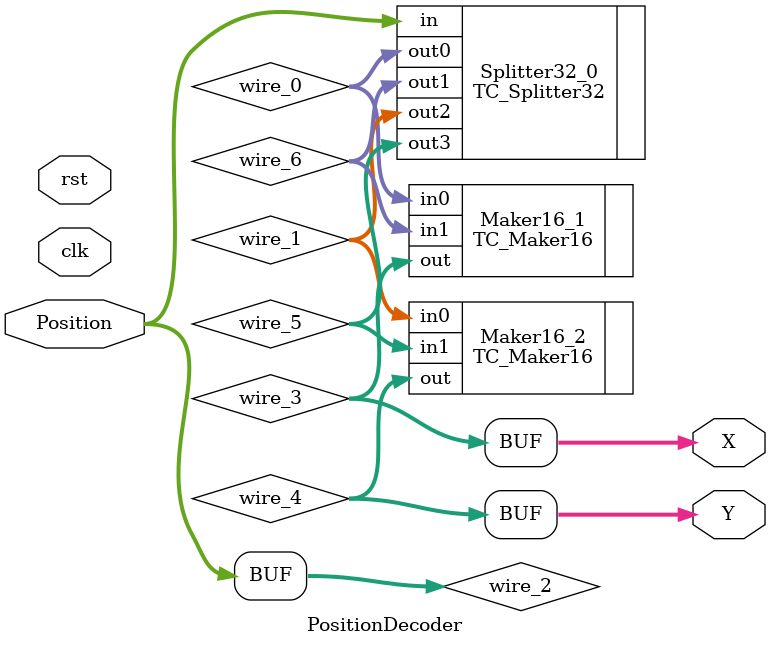
<source format=v>
module PositionDecoder (clk, rst, Position, Y, X);
  parameter UUID = 0;
  parameter NAME = "";
  input wire clk;
  input wire rst;

  input  wire [31:0] Position;
  output  wire [15:0] Y;
  output  wire [15:0] X;

  TC_Splitter32 # (.UUID(64'd1522049001248278139 ^ UUID)) Splitter32_0 (.in(wire_2), .out0(wire_0), .out1(wire_6), .out2(wire_1), .out3(wire_5));
  TC_Maker16 # (.UUID(64'd251440658160595858 ^ UUID)) Maker16_1 (.in0(wire_0), .in1(wire_6), .out(wire_3));
  TC_Maker16 # (.UUID(64'd1497996566624703903 ^ UUID)) Maker16_2 (.in0(wire_1), .in1(wire_5), .out(wire_4));

  wire [7:0] wire_0;
  wire [7:0] wire_1;
  wire [31:0] wire_2;
  assign wire_2 = Position;
  wire [15:0] wire_3;
  assign X = wire_3;
  wire [15:0] wire_4;
  assign Y = wire_4;
  wire [7:0] wire_5;
  wire [7:0] wire_6;

endmodule

</source>
